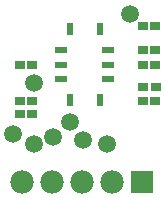
<source format=gts>
G04 Layer_Color=8388736*
%FSLAX24Y24*%
%MOIN*%
G70*
G01*
G75*
%ADD11R,0.0236X0.0394*%
%ADD12R,0.0394X0.0236*%
%ADD21R,0.0330X0.0280*%
%ADD22C,0.0780*%
%ADD23R,0.0780X0.0780*%
%ADD24C,0.0592*%
D11*
X3350Y5681D02*
D03*
X2350D02*
D03*
Y3319D02*
D03*
X3350D02*
D03*
D12*
X2063Y4500D02*
D03*
Y4992D02*
D03*
Y4008D02*
D03*
X3637D02*
D03*
Y4500D02*
D03*
Y4992D02*
D03*
D21*
X4787Y3300D02*
D03*
X5200D02*
D03*
X4787Y5000D02*
D03*
X5200D02*
D03*
X4787Y4500D02*
D03*
X5200D02*
D03*
X1100Y3300D02*
D03*
X687D02*
D03*
Y4500D02*
D03*
X1100D02*
D03*
X5200Y5800D02*
D03*
X4787D02*
D03*
X687Y2850D02*
D03*
X1100D02*
D03*
X5213Y3750D02*
D03*
X4800D02*
D03*
D22*
X1750Y600D02*
D03*
X2750D02*
D03*
X3750D02*
D03*
X750D02*
D03*
D23*
X4750D02*
D03*
D24*
X1150Y3900D02*
D03*
X2350Y2600D02*
D03*
X2800Y2000D02*
D03*
X1800Y2100D02*
D03*
X1150Y1850D02*
D03*
X450Y2200D02*
D03*
X4350Y6200D02*
D03*
X3600Y1850D02*
D03*
M02*

</source>
